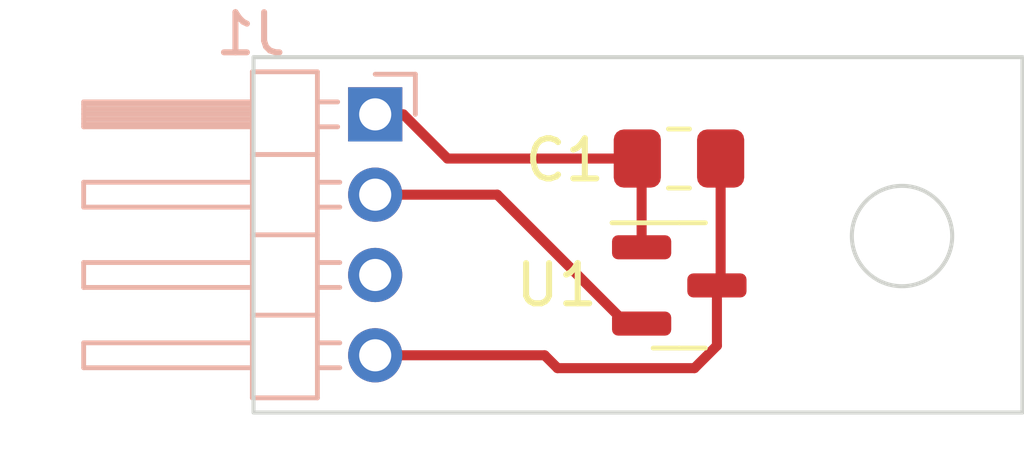
<source format=kicad_pcb>
(kicad_pcb (version 20221018) (generator pcbnew)
  (layers (0 "F.Cu" signal) (31 "B.Cu" signal) (34 "B.Paste" user) (35 "F.Paste" user) (36 "B.SilkS" user "B.Silkscreen") (37 "F.SilkS" user "F.Silkscreen") (38 "B.Mask" user) (39 "F.Mask" user) (44 "Edge.Cuts" user))
  (net 0 "")
  (net 1 "+3.3V")
  (net 2 "GND")
  (net 3 "Net-(J1-Pin_2)")
  (footprint "Capacitor_SMD:C_0805_2012Metric_Pad1.18x1.45mm_HandSolder" (layer "F.Cu") (at 111.455 81.23)
    (fp_text reference "C1" (at -2.845 0.04) (layer "F.SilkS"))
    (fp_text value "100n")
    (fp_line (start -0.261252 -0.735) (end 0.261252 -0.735) (stroke (width 0.12)) (layer "F.SilkS"))
    (fp_line (start -0.261252 0.735) (end 0.261252 0.735) (stroke (width 0.12)) (layer "F.SilkS"))
    (pad "1" smd roundrect (at -1.0375 0) (size 1.175 1.45) (layers "F.Cu" "F.Paste" "F.Mask") (roundrect_rratio 0.2127659574) (net 1 "+3.3V"))
    (pad "2" smd roundrect (at 1.0375 0) (size 1.175 1.45) (layers "F.Cu" "F.Paste" "F.Mask") (roundrect_rratio 0.2127659574) (net 2 "GND"))
  )
  (footprint "Package_TO_SOT_SMD:SOT-23" (layer "F.Cu") (at 111.4625 84.39)
    (fp_text reference "U1" (at -3.0525 -0.01) (layer "F.SilkS"))
    (fp_text value "DRV5032FA")
    (fp_line (start 0 -1.56) (end -1.675 -1.56) (stroke (width 0.12)) (layer "F.SilkS"))
    (fp_line (start 0 -1.56) (end 0.65 -1.56) (stroke (width 0.12)) (layer "F.SilkS"))
    (fp_line (start 0 1.56) (end -0.65 1.56) (stroke (width 0.12)) (layer "F.SilkS"))
    (fp_line (start 0 1.56) (end 0.65 1.56) (stroke (width 0.12)) (layer "F.SilkS"))
    (pad "1" smd roundrect (at -0.9375 -0.95) (size 1.475 0.6) (layers "F.Cu" "F.Paste" "F.Mask") (net 1 "+3.3V"))
    (pad "2" smd roundrect (at -0.9375 0.95) (size 1.475 0.6) (layers "F.Cu" "F.Paste" "F.Mask") (net 3 "Net-(J1-Pin_2)"))
    (pad "3" smd roundrect (at 0.9375 0) (size 1.475 0.6) (layers "F.Cu" "F.Paste" "F.Mask") (net 2 "GND"))
  )
  (footprint "Connector_PinHeader_2.00mm:PinHeader_1x04_P2.00mm_Horizontal" (layer "B.Cu") (at 103.89 80.13 180)
    (fp_text reference "J1" (at 3.1 2) (layer "B.SilkS") (effects (justify mirror)))
    (fp_text value "Conn_01x04_Pin")
    (fp_line (start -1 0) (end -1 1) (stroke (width 0.12)) (layer "B.SilkS"))
    (fp_line (start -1 1) (end 0 1) (stroke (width 0.12)) (layer "B.SilkS"))
    (fp_line (start 0.882114 -6.31) (end 1.44 -6.31) (stroke (width 0.12)) (layer "B.SilkS"))
    (fp_line (start 0.882114 -5.69) (end 1.44 -5.69) (stroke (width 0.12)) (layer "B.SilkS"))
    (fp_line (start 0.882114 -4.31) (end 1.44 -4.31) (stroke (width 0.12)) (layer "B.SilkS"))
    (fp_line (start 0.882114 -3.69) (end 1.44 -3.69) (stroke (width 0.12)) (layer "B.SilkS"))
    (fp_line (start 0.882114 -2.31) (end 1.44 -2.31) (stroke (width 0.12)) (layer "B.SilkS"))
    (fp_line (start 0.882114 -1.69) (end 1.44 -1.69) (stroke (width 0.12)) (layer "B.SilkS"))
    (fp_line (start 0.935 -0.31) (end 1.44 -0.31) (stroke (width 0.12)) (layer "B.SilkS"))
    (fp_line (start 0.935 0.31) (end 1.44 0.31) (stroke (width 0.12)) (layer "B.SilkS"))
    (fp_line (start 1.44 -7.06) (end 3.06 -7.06) (stroke (width 0.12)) (layer "B.SilkS"))
    (fp_line (start 1.44 -5) (end 3.06 -5) (stroke (width 0.12)) (layer "B.SilkS"))
    (fp_line (start 1.44 -3) (end 3.06 -3) (stroke (width 0.12)) (layer "B.SilkS"))
    (fp_line (start 1.44 -1) (end 3.06 -1) (stroke (width 0.12)) (layer "B.SilkS"))
    (fp_line (start 1.44 1.06) (end 1.44 -7.06) (stroke (width 0.12)) (layer "B.SilkS"))
    (fp_line (start 3.06 -7.06) (end 3.06 1.06) (stroke (width 0.12)) (layer "B.SilkS"))
    (fp_line (start 3.06 -5.69) (end 7.26 -5.69) (stroke (width 0.12)) (layer "B.SilkS"))
    (fp_line (start 3.06 -3.69) (end 7.26 -3.69) (stroke (width 0.12)) (layer "B.SilkS"))
    (fp_line (start 3.06 -1.69) (end 7.26 -1.69) (stroke (width 0.12)) (layer "B.SilkS"))
    (fp_line (start 3.06 -0.23) (end 7.26 -0.23) (stroke (width 0.12)) (layer "B.SilkS"))
    (fp_line (start 3.06 -0.11) (end 7.26 -0.11) (stroke (width 0.12)) (layer "B.SilkS"))
    (fp_line (start 3.06 0.01) (end 7.26 0.01) (stroke (width 0.12)) (layer "B.SilkS"))
    (fp_line (start 3.06 0.13) (end 7.26 0.13) (stroke (width 0.12)) (layer "B.SilkS"))
    (fp_line (start 3.06 0.25) (end 7.26 0.25) (stroke (width 0.12)) (layer "B.SilkS"))
    (fp_line (start 3.06 0.31) (end 7.26 0.31) (stroke (width 0.12)) (layer "B.SilkS"))
    (fp_line (start 3.06 1.06) (end 1.44 1.06) (stroke (width 0.12)) (layer "B.SilkS"))
    (fp_line (start 7.26 -6.31) (end 3.06 -6.31) (stroke (width 0.12)) (layer "B.SilkS"))
    (fp_line (start 7.26 -5.69) (end 7.26 -6.31) (stroke (width 0.12)) (layer "B.SilkS"))
    (fp_line (start 7.26 -4.31) (end 3.06 -4.31) (stroke (width 0.12)) (layer "B.SilkS"))
    (fp_line (start 7.26 -3.69) (end 7.26 -4.31) (stroke (width 0.12)) (layer "B.SilkS"))
    (fp_line (start 7.26 -2.31) (end 3.06 -2.31) (stroke (width 0.12)) (layer "B.SilkS"))
    (fp_line (start 7.26 -1.69) (end 7.26 -2.31) (stroke (width 0.12)) (layer "B.SilkS"))
    (fp_line (start 7.26 -0.31) (end 3.06 -0.31) (stroke (width 0.12)) (layer "B.SilkS"))
    (fp_line (start 7.26 0.31) (end 7.26 -0.31) (stroke (width 0.12)) (layer "B.SilkS"))
    (pad "1" thru_hole rect (at 0 0 180) (size 1.35 1.35) (drill 0.8) (layers "*.Cu" "*.Mask") (net 1 "+3.3V"))
    (pad "2" thru_hole oval (at 0 -2 180) (size 1.35 1.35) (drill 0.8) (layers "*.Cu" "*.Mask") (net 3 "Net-(J1-Pin_2)"))
    (pad "3" thru_hole oval (at 0 -4 180) (size 1.35 1.35) (drill 0.8) (layers "*.Cu" "*.Mask"))
    (pad "4" thru_hole oval (at 0 -6 180) (size 1.35 1.35) (drill 0.8) (layers "*.Cu" "*.Mask") (net 2 "GND"))
  )
  (gr_circle (center 117.01 83.16) (end 118.26 83.16) (stroke (width 0.1)) (fill none) (layer "Edge.Cuts"))
  (gr_rect (start 100.86 78.705) (end 120.01 87.555) (stroke (width 0.1)) (fill none) (layer "Edge.Cuts"))
  (segment (start 110.4175 81.23) (end 105.69 81.23) (width 0.25) (layer "F.Cu") (net 1))
  (segment (start 104.59 80.13) (end 103.89 80.13) (width 0.25) (layer "F.Cu") (net 1))
  (segment (start 105.69 81.23) (end 104.59 80.13) (width 0.25) (layer "F.Cu") (net 1))
  (segment (start 110.525 81.3375) (end 110.4175 81.23) (width 0.25) (layer "F.Cu") (net 1))
  (segment (start 110.525 83.44) (end 110.525 81.3375) (width 0.25) (layer "F.Cu") (net 1))
  (segment (start 108.43 86.45) (end 108.11 86.13) (width 0.25) (layer "F.Cu") (net 2))
  (segment (start 112.4925 84.2975) (end 112.4 84.39) (width 0.25) (layer "F.Cu") (net 2))
  (segment (start 112.4 85.89) (end 111.84 86.45) (width 0.25) (layer "F.Cu") (net 2))
  (segment (start 108.11 86.13) (end 103.89 86.13) (width 0.25) (layer "F.Cu") (net 2))
  (segment (start 112.4925 81.23) (end 112.4925 84.2975) (width 0.25) (layer "F.Cu") (net 2))
  (segment (start 111.84 86.45) (end 108.43 86.45) (width 0.25) (layer "F.Cu") (net 2))
  (segment (start 112.4 84.39) (end 112.4 85.89) (width 0.25) (layer "F.Cu") (net 2))
  (segment (start 110.525 85.34) (end 110.14 85.34) (width 0.25) (layer "F.Cu") (net 3))
  (segment (start 106.93 82.13) (end 103.89 82.13) (width 0.25) (layer "F.Cu") (net 3))
  (segment (start 110.14 85.34) (end 106.93 82.13) (width 0.25) (layer "F.Cu") (net 3))
)
</source>
